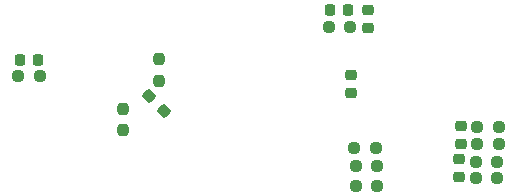
<source format=gbp>
G04 #@! TF.GenerationSoftware,KiCad,Pcbnew,8.0.0*
G04 #@! TF.CreationDate,2024-02-25T15:40:58-08:00*
G04 #@! TF.ProjectId,BLDC_Motor Controller,424c4443-5f4d-46f7-946f-7220436f6e74,rev01_1*
G04 #@! TF.SameCoordinates,Original*
G04 #@! TF.FileFunction,Paste,Bot*
G04 #@! TF.FilePolarity,Positive*
%FSLAX46Y46*%
G04 Gerber Fmt 4.6, Leading zero omitted, Abs format (unit mm)*
G04 Created by KiCad (PCBNEW 8.0.0) date 2024-02-25 15:40:58*
%MOMM*%
%LPD*%
G01*
G04 APERTURE LIST*
G04 Aperture macros list*
%AMRoundRect*
0 Rectangle with rounded corners*
0 $1 Rounding radius*
0 $2 $3 $4 $5 $6 $7 $8 $9 X,Y pos of 4 corners*
0 Add a 4 corners polygon primitive as box body*
4,1,4,$2,$3,$4,$5,$6,$7,$8,$9,$2,$3,0*
0 Add four circle primitives for the rounded corners*
1,1,$1+$1,$2,$3*
1,1,$1+$1,$4,$5*
1,1,$1+$1,$6,$7*
1,1,$1+$1,$8,$9*
0 Add four rect primitives between the rounded corners*
20,1,$1+$1,$2,$3,$4,$5,0*
20,1,$1+$1,$4,$5,$6,$7,0*
20,1,$1+$1,$6,$7,$8,$9,0*
20,1,$1+$1,$8,$9,$2,$3,0*%
G04 Aperture macros list end*
%ADD10RoundRect,0.225000X0.250000X-0.225000X0.250000X0.225000X-0.250000X0.225000X-0.250000X-0.225000X0*%
%ADD11RoundRect,0.225000X0.225000X0.250000X-0.225000X0.250000X-0.225000X-0.250000X0.225000X-0.250000X0*%
%ADD12RoundRect,0.237500X-0.237500X0.250000X-0.237500X-0.250000X0.237500X-0.250000X0.237500X0.250000X0*%
%ADD13RoundRect,0.237500X-0.250000X-0.237500X0.250000X-0.237500X0.250000X0.237500X-0.250000X0.237500X0*%
%ADD14RoundRect,0.237500X-0.344715X0.008839X0.008839X-0.344715X0.344715X-0.008839X-0.008839X0.344715X0*%
%ADD15RoundRect,0.237500X0.250000X0.237500X-0.250000X0.237500X-0.250000X-0.237500X0.250000X-0.237500X0*%
%ADD16RoundRect,0.225000X-0.250000X0.225000X-0.250000X-0.225000X0.250000X-0.225000X0.250000X0.225000X0*%
G04 APERTURE END LIST*
D10*
X210566000Y-142507000D03*
X210566000Y-140957000D03*
D11*
X184036000Y-139700000D03*
X182486000Y-139700000D03*
D12*
X191262000Y-143867500D03*
X191262000Y-145692500D03*
D13*
X210923500Y-148717000D03*
X212748500Y-148717000D03*
X221083500Y-149733000D03*
X222908500Y-149733000D03*
D11*
X210325000Y-135509000D03*
X208775000Y-135509000D03*
D13*
X210923500Y-150368000D03*
X212748500Y-150368000D03*
D12*
X194310000Y-139676500D03*
X194310000Y-141501500D03*
D13*
X221083500Y-148336000D03*
X222908500Y-148336000D03*
D14*
X193410765Y-142737765D03*
X194701235Y-144028235D03*
D13*
X221210500Y-145415000D03*
X223035500Y-145415000D03*
D15*
X210462500Y-136906000D03*
X208637500Y-136906000D03*
D16*
X211963000Y-135488355D03*
X211963000Y-137038355D03*
D13*
X210796500Y-147193000D03*
X212621500Y-147193000D03*
D16*
X219710000Y-148069000D03*
X219710000Y-149619000D03*
X219837000Y-145275000D03*
X219837000Y-146825000D03*
D15*
X184173500Y-141097000D03*
X182348500Y-141097000D03*
D13*
X221210500Y-146812000D03*
X223035500Y-146812000D03*
M02*

</source>
